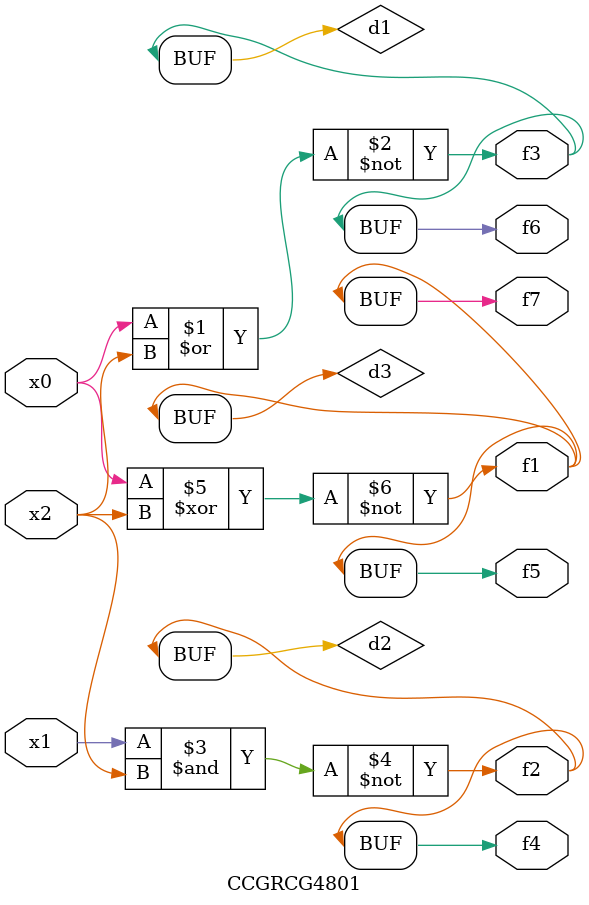
<source format=v>
module CCGRCG4801(
	input x0, x1, x2,
	output f1, f2, f3, f4, f5, f6, f7
);

	wire d1, d2, d3;

	nor (d1, x0, x2);
	nand (d2, x1, x2);
	xnor (d3, x0, x2);
	assign f1 = d3;
	assign f2 = d2;
	assign f3 = d1;
	assign f4 = d2;
	assign f5 = d3;
	assign f6 = d1;
	assign f7 = d3;
endmodule

</source>
